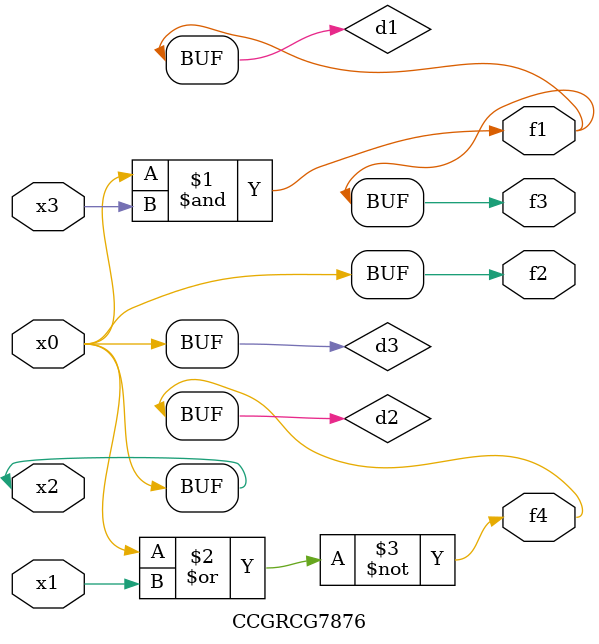
<source format=v>
module CCGRCG7876(
	input x0, x1, x2, x3,
	output f1, f2, f3, f4
);

	wire d1, d2, d3;

	and (d1, x2, x3);
	nor (d2, x0, x1);
	buf (d3, x0, x2);
	assign f1 = d1;
	assign f2 = d3;
	assign f3 = d1;
	assign f4 = d2;
endmodule

</source>
